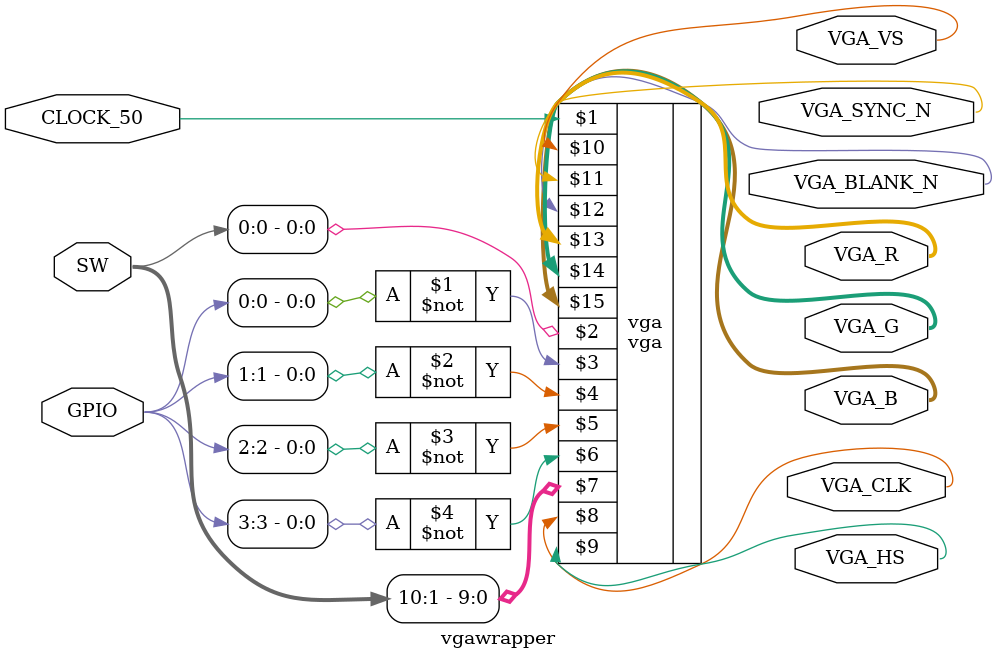
<source format=sv>


module vgawrapper(input  logic       CLOCK_50,
                  input  logic [10:0] SW,
                  input logic	[3:0] GPIO,
                  output logic       VGA_CLK,	
                  output logic       VGA_HS,
                  output logic       VGA_VS,
                  output logic       VGA_SYNC_N,
                  output logic       VGA_BLANK_N,
                  output logic [7:0] VGA_R,
                  output logic [7:0] VGA_G,
                  output logic [7:0] VGA_B);
						

  vga vga(CLOCK_50, SW[0], ~GPIO[0], ~GPIO[1], ~GPIO[2], ~GPIO[3], SW[10:1],
					 VGA_CLK, VGA_HS, VGA_VS, VGA_SYNC_N, VGA_BLANK_N,
			 VGA_R, VGA_G, VGA_B);
			 
endmodule


</source>
